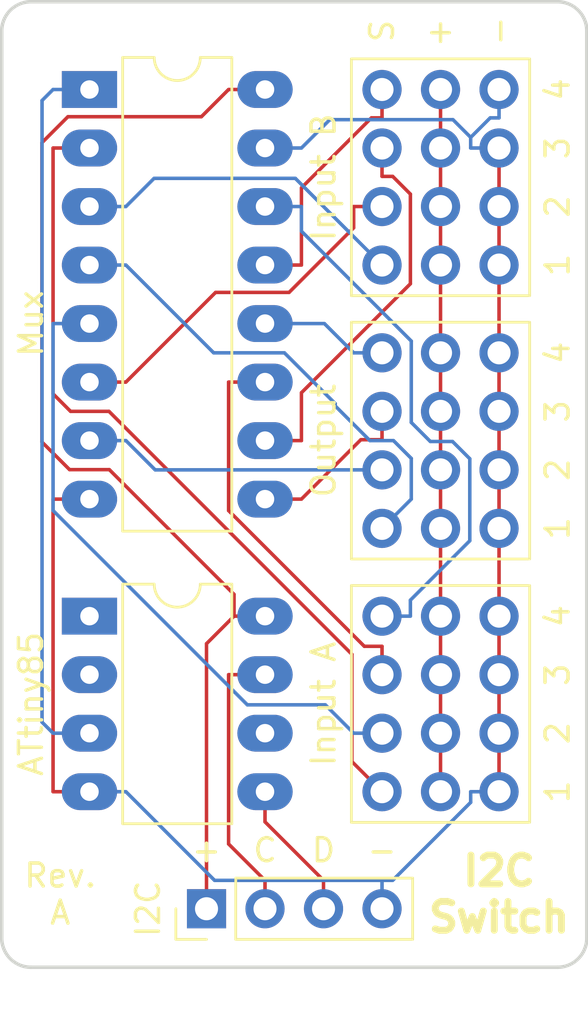
<source format=kicad_pcb>
(kicad_pcb (version 4) (host pcbnew 4.0.5)

  (general
    (links 43)
    (no_connects 0)
    (area 140.894999 95.174999 166.445001 137.235001)
    (thickness 1.6002)
    (drawings 29)
    (tracks 136)
    (zones 0)
    (modules 6)
    (nets 22)
  )

  (page USLetter)
  (layers
    (0 F.Cu signal)
    (31 B.Cu signal)
    (33 F.Adhes user)
    (34 B.Paste user)
    (35 F.Paste user)
    (36 B.SilkS user)
    (37 F.SilkS user)
    (38 B.Mask user)
    (39 F.Mask user)
    (44 Edge.Cuts user)
    (45 Margin user)
    (47 F.CrtYd user)
    (49 F.Fab user)
  )

  (setup
    (last_trace_width 0.1524)
    (trace_clearance 0.3048)
    (zone_clearance 0.508)
    (zone_45_only no)
    (trace_min 0.1524)
    (segment_width 0.2)
    (edge_width 0.15)
    (via_size 0.6858)
    (via_drill 0.3302)
    (via_min_size 0.6858)
    (via_min_drill 0.3302)
    (uvia_size 0.762)
    (uvia_drill 0.508)
    (uvias_allowed no)
    (uvia_min_size 0)
    (uvia_min_drill 0)
    (pcb_text_width 0.3)
    (pcb_text_size 1.5 1.5)
    (mod_edge_width 0.15)
    (mod_text_size 1 1)
    (mod_text_width 0.15)
    (pad_size 1.524 1.524)
    (pad_drill 0.762)
    (pad_to_mask_clearance 0.2)
    (aux_axis_origin 0 0)
    (visible_elements FFFFFF7F)
    (pcbplotparams
      (layerselection 0x00030_80000001)
      (usegerberextensions false)
      (excludeedgelayer true)
      (linewidth 0.100000)
      (plotframeref false)
      (viasonmask false)
      (mode 1)
      (useauxorigin false)
      (hpglpennumber 1)
      (hpglpenspeed 20)
      (hpglpendiameter 15)
      (hpglpenoverlay 2)
      (psnegative false)
      (psa4output false)
      (plotreference true)
      (plotvalue true)
      (plotinvisibletext false)
      (padsonsilk false)
      (subtractmaskfromsilk false)
      (outputformat 1)
      (mirror false)
      (drillshape 1)
      (scaleselection 1)
      (outputdirectory ""))
  )

  (net 0 "")
  (net 1 "Net-(IC1-Pad1)")
  (net 2 SD)
  (net 3 "Net-(IC1-Pad2)")
  (net 4 "Net-(IC1-Pad6)")
  (net 5 "Net-(IC1-Pad3)")
  (net 6 SCL)
  (net 7 GND)
  (net 8 VCC)
  (net 9 out3)
  (net 10 in1a)
  (net 11 in3b)
  (net 12 in1b)
  (net 13 in3a)
  (net 14 out1)
  (net 15 out4)
  (net 16 in2a)
  (net 17 in4b)
  (net 18 in2b)
  (net 19 in4a)
  (net 20 out2)
  (net 21 "Net-(P1-Pad2)")

  (net_class Default "This is the default net class."
    (clearance 0.3048)
    (trace_width 0.1524)
    (via_dia 0.6858)
    (via_drill 0.3302)
    (uvia_dia 0.762)
    (uvia_drill 0.508)
    (add_net GND)
    (add_net "Net-(IC1-Pad1)")
    (add_net "Net-(IC1-Pad2)")
    (add_net "Net-(IC1-Pad3)")
    (add_net "Net-(IC1-Pad6)")
    (add_net "Net-(P1-Pad2)")
    (add_net SCL)
    (add_net SD)
    (add_net VCC)
    (add_net in1a)
    (add_net in1b)
    (add_net in2a)
    (add_net in2b)
    (add_net in3a)
    (add_net in3b)
    (add_net in4a)
    (add_net in4b)
    (add_net out1)
    (add_net out2)
    (add_net out3)
    (add_net out4)
  )

  (module custom:Socket_Strip_Straight_3x04_Pitch2.54mm placed (layer F.Cu) (tedit 58B38A2D) (tstamp 58CE94EE)
    (at 157.48 129.54 180)
    (descr "Through hole straight socket strip, 3x04, 2.54mm pitch, triple rows")
    (tags "Through hole socket strip THT 3x04 2.54mm double row")
    (path /58B284E2)
    (fp_text reference "Input A" (at 2.54 3.81 270) (layer F.SilkS)
      (effects (font (size 1 1) (thickness 0.15)))
    )
    (fp_text value CONN_03X04 (at -2.54 10.16 180) (layer F.Fab)
      (effects (font (size 1 1) (thickness 0.15)))
    )
    (fp_line (start -6.35 -1.27) (end -6.35 8.89) (layer F.Fab) (width 0.1))
    (fp_line (start -6.36 8.89) (end 1.27 8.89) (layer F.Fab) (width 0.1))
    (fp_line (start 1.27 8.89) (end 1.27 -1.27) (layer F.Fab) (width 0.1))
    (fp_line (start 1.27 -1.27) (end -6.35 -1.27) (layer F.Fab) (width 0.1))
    (fp_line (start 1.33 -1.33) (end 1.33 8.95) (layer F.SilkS) (width 0.12))
    (fp_line (start 1.33 8.95) (end -6.35 8.95) (layer F.SilkS) (width 0.12))
    (fp_line (start -6.41 8.95) (end -6.41 -1.33) (layer F.SilkS) (width 0.12))
    (fp_line (start -6.35 -1.33) (end 1.33 -1.33) (layer F.SilkS) (width 0.12))
    (fp_line (start -6.64 -1.55) (end -6.64 9.15) (layer F.CrtYd) (width 0.05))
    (fp_line (start -6.64 9.15) (end 1.55 9.15) (layer F.CrtYd) (width 0.05))
    (fp_line (start 1.55 9.15) (end 1.55 -1.55) (layer F.CrtYd) (width 0.05))
    (fp_line (start 1.55 -1.55) (end -6.64 -1.55) (layer F.CrtYd) (width 0.05))
    (pad 12 thru_hole oval (at -5.08 7.62 180) (size 1.7 1.7) (drill 1) (layers *.Cu *.Mask)
      (net 7 GND))
    (pad 11 thru_hole oval (at -5.08 5.08 180) (size 1.7 1.7) (drill 1) (layers *.Cu *.Mask)
      (net 7 GND))
    (pad 10 thru_hole oval (at -5.08 2.54 180) (size 1.7 1.7) (drill 1) (layers *.Cu *.Mask)
      (net 7 GND))
    (pad 9 thru_hole oval (at -5.08 0 180) (size 1.7 1.7) (drill 1) (layers *.Cu *.Mask)
      (net 7 GND))
    (pad 1 thru_hole circle (at 0 0 180) (size 1.7 1.7) (drill 1) (layers *.Cu *.Mask)
      (net 10 in1a))
    (pad 2 thru_hole oval (at -2.54 0 180) (size 1.7 1.7) (drill 1) (layers *.Cu *.Mask)
      (net 21 "Net-(P1-Pad2)"))
    (pad 3 thru_hole oval (at 0 2.54 180) (size 1.7 1.7) (drill 1) (layers *.Cu *.Mask)
      (net 16 in2a))
    (pad 4 thru_hole oval (at -2.54 2.54 180) (size 1.7 1.7) (drill 1) (layers *.Cu *.Mask)
      (net 21 "Net-(P1-Pad2)"))
    (pad 5 thru_hole oval (at 0 5.08 180) (size 1.7 1.7) (drill 1) (layers *.Cu *.Mask)
      (net 13 in3a))
    (pad 6 thru_hole oval (at -2.54 5.08 180) (size 1.7 1.7) (drill 1) (layers *.Cu *.Mask)
      (net 21 "Net-(P1-Pad2)"))
    (pad 7 thru_hole oval (at 0 7.62 180) (size 1.7 1.7) (drill 1) (layers *.Cu *.Mask)
      (net 19 in4a))
    (pad 8 thru_hole oval (at -2.54 7.62 180) (size 1.7 1.7) (drill 1) (layers *.Cu *.Mask)
      (net 21 "Net-(P1-Pad2)"))
    (model Socket_Strips.3dshapes/Socket_Strip_Straight_2x04_Pitch2.54mm.wrl
      (at (xyz -0.05 -0.15 0))
      (scale (xyz 1 1 1))
      (rotate (xyz 0 0 270))
    )
  )

  (module Housings_DIP:DIP-8_W7.62mm_LongPads placed (layer F.Cu) (tedit 58B38C45) (tstamp 58B43108)
    (at 144.78 121.92)
    (descr "8-lead dip package, row spacing 7.62 mm (300 mils), LongPads")
    (tags "DIL DIP PDIP 2.54mm 7.62mm 300mil LongPads")
    (path /58B26467)
    (fp_text reference ATtiny85 (at -2.54 3.81 90) (layer F.SilkS)
      (effects (font (size 1 1) (thickness 0.15)))
    )
    (fp_text value ATTINY85-P (at 3.81 10.01) (layer F.Fab)
      (effects (font (size 1 1) (thickness 0.15)))
    )
    (fp_arc (start 3.81 -1.39) (end 2.81 -1.39) (angle -180) (layer F.SilkS) (width 0.12))
    (fp_line (start 1.635 -1.27) (end 6.985 -1.27) (layer F.Fab) (width 0.1))
    (fp_line (start 6.985 -1.27) (end 6.985 8.89) (layer F.Fab) (width 0.1))
    (fp_line (start 6.985 8.89) (end 0.635 8.89) (layer F.Fab) (width 0.1))
    (fp_line (start 0.635 8.89) (end 0.635 -0.27) (layer F.Fab) (width 0.1))
    (fp_line (start 0.635 -0.27) (end 1.635 -1.27) (layer F.Fab) (width 0.1))
    (fp_line (start 2.81 -1.39) (end 1.44 -1.39) (layer F.SilkS) (width 0.12))
    (fp_line (start 1.44 -1.39) (end 1.44 9.01) (layer F.SilkS) (width 0.12))
    (fp_line (start 1.44 9.01) (end 6.18 9.01) (layer F.SilkS) (width 0.12))
    (fp_line (start 6.18 9.01) (end 6.18 -1.39) (layer F.SilkS) (width 0.12))
    (fp_line (start 6.18 -1.39) (end 4.81 -1.39) (layer F.SilkS) (width 0.12))
    (fp_line (start -1.5 -1.6) (end -1.5 9.2) (layer F.CrtYd) (width 0.05))
    (fp_line (start -1.5 9.2) (end 9.1 9.2) (layer F.CrtYd) (width 0.05))
    (fp_line (start 9.1 9.2) (end 9.1 -1.6) (layer F.CrtYd) (width 0.05))
    (fp_line (start 9.1 -1.6) (end -1.5 -1.6) (layer F.CrtYd) (width 0.05))
    (pad 1 thru_hole rect (at 0 0) (size 2.4 1.6) (drill 0.8) (layers *.Cu *.Mask)
      (net 1 "Net-(IC1-Pad1)"))
    (pad 5 thru_hole oval (at 7.62 7.62) (size 2.4 1.6) (drill 0.8) (layers *.Cu *.Mask)
      (net 2 SD))
    (pad 2 thru_hole oval (at 0 2.54) (size 2.4 1.6) (drill 0.8) (layers *.Cu *.Mask)
      (net 3 "Net-(IC1-Pad2)"))
    (pad 6 thru_hole oval (at 7.62 5.08) (size 2.4 1.6) (drill 0.8) (layers *.Cu *.Mask)
      (net 4 "Net-(IC1-Pad6)"))
    (pad 3 thru_hole oval (at 0 5.08) (size 2.4 1.6) (drill 0.8) (layers *.Cu *.Mask)
      (net 5 "Net-(IC1-Pad3)"))
    (pad 7 thru_hole oval (at 7.62 2.54) (size 2.4 1.6) (drill 0.8) (layers *.Cu *.Mask)
      (net 6 SCL))
    (pad 4 thru_hole oval (at 0 7.62) (size 2.4 1.6) (drill 0.8) (layers *.Cu *.Mask)
      (net 7 GND))
    (pad 8 thru_hole oval (at 7.62 0) (size 2.4 1.6) (drill 0.8) (layers *.Cu *.Mask)
      (net 8 VCC))
    (model Housings_DIP.3dshapes/DIP-8_W7.62mm_LongPads.wrl
      (at (xyz 0 0 0))
      (scale (xyz 1 1 1))
      (rotate (xyz 0 0 0))
    )
  )

  (module Housings_DIP:DIP-16_W7.62mm_LongPads placed (layer F.Cu) (tedit 58B38C38) (tstamp 58B4312B)
    (at 144.78 99.06)
    (descr "16-lead dip package, row spacing 7.62 mm (300 mils), LongPads")
    (tags "DIL DIP PDIP 2.54mm 7.62mm 300mil LongPads")
    (path /58B27B1B)
    (fp_text reference Mux (at -2.54 10.16 90) (layer F.SilkS)
      (effects (font (size 1 1) (thickness 0.15)))
    )
    (fp_text value 74HC157N (at 3.81 20.17) (layer F.Fab)
      (effects (font (size 1 1) (thickness 0.15)))
    )
    (fp_arc (start 3.81 -1.39) (end 2.81 -1.39) (angle -180) (layer F.SilkS) (width 0.12))
    (fp_line (start 1.635 -1.27) (end 6.985 -1.27) (layer F.Fab) (width 0.1))
    (fp_line (start 6.985 -1.27) (end 6.985 19.05) (layer F.Fab) (width 0.1))
    (fp_line (start 6.985 19.05) (end 0.635 19.05) (layer F.Fab) (width 0.1))
    (fp_line (start 0.635 19.05) (end 0.635 -0.27) (layer F.Fab) (width 0.1))
    (fp_line (start 0.635 -0.27) (end 1.635 -1.27) (layer F.Fab) (width 0.1))
    (fp_line (start 2.81 -1.39) (end 1.44 -1.39) (layer F.SilkS) (width 0.12))
    (fp_line (start 1.44 -1.39) (end 1.44 19.17) (layer F.SilkS) (width 0.12))
    (fp_line (start 1.44 19.17) (end 6.18 19.17) (layer F.SilkS) (width 0.12))
    (fp_line (start 6.18 19.17) (end 6.18 -1.39) (layer F.SilkS) (width 0.12))
    (fp_line (start 6.18 -1.39) (end 4.81 -1.39) (layer F.SilkS) (width 0.12))
    (fp_line (start -1.5 -1.6) (end -1.5 19.3) (layer F.CrtYd) (width 0.05))
    (fp_line (start -1.5 19.3) (end 9.1 19.3) (layer F.CrtYd) (width 0.05))
    (fp_line (start 9.1 19.3) (end 9.1 -1.6) (layer F.CrtYd) (width 0.05))
    (fp_line (start 9.1 -1.6) (end -1.5 -1.6) (layer F.CrtYd) (width 0.05))
    (pad 1 thru_hole rect (at 0 0) (size 2.4 1.6) (drill 0.8) (layers *.Cu *.Mask)
      (net 5 "Net-(IC1-Pad3)"))
    (pad 9 thru_hole oval (at 7.62 17.78) (size 2.4 1.6) (drill 0.8) (layers *.Cu *.Mask)
      (net 9 out3))
    (pad 2 thru_hole oval (at 0 2.54) (size 2.4 1.6) (drill 0.8) (layers *.Cu *.Mask)
      (net 10 in1a))
    (pad 10 thru_hole oval (at 7.62 15.24) (size 2.4 1.6) (drill 0.8) (layers *.Cu *.Mask)
      (net 11 in3b))
    (pad 3 thru_hole oval (at 0 5.08) (size 2.4 1.6) (drill 0.8) (layers *.Cu *.Mask)
      (net 12 in1b))
    (pad 11 thru_hole oval (at 7.62 12.7) (size 2.4 1.6) (drill 0.8) (layers *.Cu *.Mask)
      (net 13 in3a))
    (pad 4 thru_hole oval (at 0 7.62) (size 2.4 1.6) (drill 0.8) (layers *.Cu *.Mask)
      (net 14 out1))
    (pad 12 thru_hole oval (at 7.62 10.16) (size 2.4 1.6) (drill 0.8) (layers *.Cu *.Mask)
      (net 15 out4))
    (pad 5 thru_hole oval (at 0 10.16) (size 2.4 1.6) (drill 0.8) (layers *.Cu *.Mask)
      (net 16 in2a))
    (pad 13 thru_hole oval (at 7.62 7.62) (size 2.4 1.6) (drill 0.8) (layers *.Cu *.Mask)
      (net 17 in4b))
    (pad 6 thru_hole oval (at 0 12.7) (size 2.4 1.6) (drill 0.8) (layers *.Cu *.Mask)
      (net 18 in2b))
    (pad 14 thru_hole oval (at 7.62 5.08) (size 2.4 1.6) (drill 0.8) (layers *.Cu *.Mask)
      (net 19 in4a))
    (pad 7 thru_hole oval (at 0 15.24) (size 2.4 1.6) (drill 0.8) (layers *.Cu *.Mask)
      (net 20 out2))
    (pad 15 thru_hole oval (at 7.62 2.54) (size 2.4 1.6) (drill 0.8) (layers *.Cu *.Mask)
      (net 7 GND))
    (pad 8 thru_hole oval (at 0 17.78) (size 2.4 1.6) (drill 0.8) (layers *.Cu *.Mask)
      (net 7 GND))
    (pad 16 thru_hole oval (at 7.62 0) (size 2.4 1.6) (drill 0.8) (layers *.Cu *.Mask)
      (net 8 VCC))
    (model Housings_DIP.3dshapes/DIP-16_W7.62mm_LongPads.wrl
      (at (xyz 0 0 0))
      (scale (xyz 1 1 1))
      (rotate (xyz 0 0 0))
    )
  )

  (module Socket_Strips:Socket_Strip_Straight_1x04_Pitch2.54mm (layer F.Cu) (tedit 58B391F6) (tstamp 58B4313E)
    (at 149.86 134.62 90)
    (descr "Through hole straight socket strip, 1x04, 2.54mm pitch, single row")
    (tags "Through hole socket strip THT 1x04 2.54mm single row")
    (path /58B28CFF)
    (fp_text reference I2C (at 0 -2.54 90) (layer F.SilkS)
      (effects (font (size 1 1) (thickness 0.15)))
    )
    (fp_text value KEVIN_01X04 (at 0 9.95 90) (layer F.Fab)
      (effects (font (size 1 1) (thickness 0.15)))
    )
    (fp_line (start -1.27 -1.27) (end -1.27 8.89) (layer F.Fab) (width 0.1))
    (fp_line (start -1.27 8.89) (end 1.27 8.89) (layer F.Fab) (width 0.1))
    (fp_line (start 1.27 8.89) (end 1.27 -1.27) (layer F.Fab) (width 0.1))
    (fp_line (start 1.27 -1.27) (end -1.27 -1.27) (layer F.Fab) (width 0.1))
    (fp_line (start -1.33 1.27) (end -1.33 8.95) (layer F.SilkS) (width 0.12))
    (fp_line (start -1.33 8.95) (end 1.33 8.95) (layer F.SilkS) (width 0.12))
    (fp_line (start 1.33 8.95) (end 1.33 1.27) (layer F.SilkS) (width 0.12))
    (fp_line (start 1.33 1.27) (end -1.33 1.27) (layer F.SilkS) (width 0.12))
    (fp_line (start -1.33 0) (end -1.33 -1.33) (layer F.SilkS) (width 0.12))
    (fp_line (start -1.33 -1.33) (end 0 -1.33) (layer F.SilkS) (width 0.12))
    (fp_line (start -1.55 -1.55) (end -1.55 9.15) (layer F.CrtYd) (width 0.05))
    (fp_line (start -1.55 9.15) (end 1.55 9.15) (layer F.CrtYd) (width 0.05))
    (fp_line (start 1.55 9.15) (end 1.55 -1.55) (layer F.CrtYd) (width 0.05))
    (fp_line (start 1.55 -1.55) (end -1.55 -1.55) (layer F.CrtYd) (width 0.05))
    (pad 1 thru_hole rect (at 0 0 90) (size 1.7 1.7) (drill 1) (layers *.Cu *.Mask)
      (net 8 VCC))
    (pad 2 thru_hole oval (at 0 2.54 90) (size 1.7 1.7) (drill 1) (layers *.Cu *.Mask)
      (net 6 SCL))
    (pad 3 thru_hole oval (at 0 5.08 90) (size 1.7 1.7) (drill 1) (layers *.Cu *.Mask)
      (net 2 SD))
    (pad 4 thru_hole oval (at 0 7.62 90) (size 1.7 1.7) (drill 1) (layers *.Cu *.Mask)
      (net 7 GND))
    (model Socket_Strips.3dshapes/Socket_Strip_Straight_1x04_Pitch2.54mm.wrl
      (at (xyz 0 -0.15 0))
      (scale (xyz 1 1 1))
      (rotate (xyz 0 0 270))
    )
  )

  (module custom:Socket_Strip_Straight_3x04_Pitch2.54mm placed (layer F.Cu) (tedit 58B38936) (tstamp 58CE9526)
    (at 157.48 118.11 180)
    (descr "Through hole straight socket strip, 3x04, 2.54mm pitch, triple rows")
    (tags "Through hole socket strip THT 3x04 2.54mm double row")
    (path /58B28553)
    (fp_text reference Output (at 2.54 3.81 270) (layer F.SilkS)
      (effects (font (size 1 1) (thickness 0.15)))
    )
    (fp_text value CONN_03X04 (at -2.54 10.16 180) (layer F.Fab)
      (effects (font (size 1 1) (thickness 0.15)))
    )
    (fp_line (start -6.35 -1.27) (end -6.35 8.89) (layer F.Fab) (width 0.1))
    (fp_line (start -6.36 8.89) (end 1.27 8.89) (layer F.Fab) (width 0.1))
    (fp_line (start 1.27 8.89) (end 1.27 -1.27) (layer F.Fab) (width 0.1))
    (fp_line (start 1.27 -1.27) (end -6.35 -1.27) (layer F.Fab) (width 0.1))
    (fp_line (start 1.33 -1.33) (end 1.33 8.95) (layer F.SilkS) (width 0.12))
    (fp_line (start 1.33 8.95) (end -6.35 8.95) (layer F.SilkS) (width 0.12))
    (fp_line (start -6.41 8.95) (end -6.41 -1.33) (layer F.SilkS) (width 0.12))
    (fp_line (start -6.35 -1.33) (end 1.33 -1.33) (layer F.SilkS) (width 0.12))
    (fp_line (start -6.64 -1.55) (end -6.64 9.15) (layer F.CrtYd) (width 0.05))
    (fp_line (start -6.64 9.15) (end 1.55 9.15) (layer F.CrtYd) (width 0.05))
    (fp_line (start 1.55 9.15) (end 1.55 -1.55) (layer F.CrtYd) (width 0.05))
    (fp_line (start 1.55 -1.55) (end -6.64 -1.55) (layer F.CrtYd) (width 0.05))
    (pad 12 thru_hole oval (at -5.08 7.62 180) (size 1.7 1.7) (drill 1) (layers *.Cu *.Mask)
      (net 7 GND))
    (pad 11 thru_hole oval (at -5.08 5.08 180) (size 1.7 1.7) (drill 1) (layers *.Cu *.Mask)
      (net 7 GND))
    (pad 10 thru_hole oval (at -5.08 2.54 180) (size 1.7 1.7) (drill 1) (layers *.Cu *.Mask)
      (net 7 GND))
    (pad 9 thru_hole oval (at -5.08 0 180) (size 1.7 1.7) (drill 1) (layers *.Cu *.Mask)
      (net 7 GND))
    (pad 1 thru_hole circle (at 0 0 180) (size 1.7 1.7) (drill 1) (layers *.Cu *.Mask)
      (net 14 out1))
    (pad 2 thru_hole oval (at -2.54 0 180) (size 1.7 1.7) (drill 1) (layers *.Cu *.Mask)
      (net 21 "Net-(P1-Pad2)"))
    (pad 3 thru_hole oval (at 0 2.54 180) (size 1.7 1.7) (drill 1) (layers *.Cu *.Mask)
      (net 20 out2))
    (pad 4 thru_hole oval (at -2.54 2.54 180) (size 1.7 1.7) (drill 1) (layers *.Cu *.Mask)
      (net 21 "Net-(P1-Pad2)"))
    (pad 5 thru_hole oval (at 0 5.08 180) (size 1.7 1.7) (drill 1) (layers *.Cu *.Mask)
      (net 9 out3))
    (pad 6 thru_hole oval (at -2.54 5.08 180) (size 1.7 1.7) (drill 1) (layers *.Cu *.Mask)
      (net 21 "Net-(P1-Pad2)"))
    (pad 7 thru_hole oval (at 0 7.62 180) (size 1.7 1.7) (drill 1) (layers *.Cu *.Mask)
      (net 15 out4))
    (pad 8 thru_hole oval (at -2.54 7.62 180) (size 1.7 1.7) (drill 1) (layers *.Cu *.Mask)
      (net 21 "Net-(P1-Pad2)"))
    (model Socket_Strips.3dshapes/Socket_Strip_Straight_2x04_Pitch2.54mm.wrl
      (at (xyz -0.05 -0.15 0))
      (scale (xyz 1 1 1))
      (rotate (xyz 0 0 270))
    )
  )

  (module custom:Socket_Strip_Straight_3x04_Pitch2.54mm placed (layer F.Cu) (tedit 58B38A22) (tstamp 58CE950A)
    (at 157.48 106.68 180)
    (descr "Through hole straight socket strip, 3x04, 2.54mm pitch, triple rows")
    (tags "Through hole socket strip THT 3x04 2.54mm double row")
    (path /58B2851B)
    (fp_text reference "Input B" (at 2.54 3.81 270) (layer F.SilkS)
      (effects (font (size 1 1) (thickness 0.15)))
    )
    (fp_text value CONN_03X04 (at -2.54 10.16 180) (layer F.Fab)
      (effects (font (size 1 1) (thickness 0.15)))
    )
    (fp_line (start -6.35 -1.27) (end -6.35 8.89) (layer F.Fab) (width 0.1))
    (fp_line (start -6.36 8.89) (end 1.27 8.89) (layer F.Fab) (width 0.1))
    (fp_line (start 1.27 8.89) (end 1.27 -1.27) (layer F.Fab) (width 0.1))
    (fp_line (start 1.27 -1.27) (end -6.35 -1.27) (layer F.Fab) (width 0.1))
    (fp_line (start 1.33 -1.33) (end 1.33 8.95) (layer F.SilkS) (width 0.12))
    (fp_line (start 1.33 8.95) (end -6.35 8.95) (layer F.SilkS) (width 0.12))
    (fp_line (start -6.41 8.95) (end -6.41 -1.33) (layer F.SilkS) (width 0.12))
    (fp_line (start -6.35 -1.33) (end 1.33 -1.33) (layer F.SilkS) (width 0.12))
    (fp_line (start -6.64 -1.55) (end -6.64 9.15) (layer F.CrtYd) (width 0.05))
    (fp_line (start -6.64 9.15) (end 1.55 9.15) (layer F.CrtYd) (width 0.05))
    (fp_line (start 1.55 9.15) (end 1.55 -1.55) (layer F.CrtYd) (width 0.05))
    (fp_line (start 1.55 -1.55) (end -6.64 -1.55) (layer F.CrtYd) (width 0.05))
    (pad 12 thru_hole oval (at -5.08 7.62 180) (size 1.7 1.7) (drill 1) (layers *.Cu *.Mask)
      (net 7 GND))
    (pad 11 thru_hole oval (at -5.08 5.08 180) (size 1.7 1.7) (drill 1) (layers *.Cu *.Mask)
      (net 7 GND))
    (pad 10 thru_hole oval (at -5.08 2.54 180) (size 1.7 1.7) (drill 1) (layers *.Cu *.Mask)
      (net 7 GND))
    (pad 9 thru_hole oval (at -5.08 0 180) (size 1.7 1.7) (drill 1) (layers *.Cu *.Mask)
      (net 7 GND))
    (pad 1 thru_hole circle (at 0 0 180) (size 1.7 1.7) (drill 1) (layers *.Cu *.Mask)
      (net 12 in1b))
    (pad 2 thru_hole oval (at -2.54 0 180) (size 1.7 1.7) (drill 1) (layers *.Cu *.Mask)
      (net 21 "Net-(P1-Pad2)"))
    (pad 3 thru_hole oval (at 0 2.54 180) (size 1.7 1.7) (drill 1) (layers *.Cu *.Mask)
      (net 18 in2b))
    (pad 4 thru_hole oval (at -2.54 2.54 180) (size 1.7 1.7) (drill 1) (layers *.Cu *.Mask)
      (net 21 "Net-(P1-Pad2)"))
    (pad 5 thru_hole oval (at 0 5.08 180) (size 1.7 1.7) (drill 1) (layers *.Cu *.Mask)
      (net 11 in3b))
    (pad 6 thru_hole oval (at -2.54 5.08 180) (size 1.7 1.7) (drill 1) (layers *.Cu *.Mask)
      (net 21 "Net-(P1-Pad2)"))
    (pad 7 thru_hole oval (at 0 7.62 180) (size 1.7 1.7) (drill 1) (layers *.Cu *.Mask)
      (net 17 in4b))
    (pad 8 thru_hole oval (at -2.54 7.62 180) (size 1.7 1.7) (drill 1) (layers *.Cu *.Mask)
      (net 21 "Net-(P1-Pad2)"))
    (model Socket_Strips.3dshapes/Socket_Strip_Straight_2x04_Pitch2.54mm.wrl
      (at (xyz -0.05 -0.15 0))
      (scale (xyz 1 1 1))
      (rotate (xyz 0 0 270))
    )
  )

  (gr_arc (start 142.24 96.52) (end 140.97 96.52) (angle 90) (layer Edge.Cuts) (width 0.15))
  (gr_arc (start 165.1 96.52) (end 165.1 95.25) (angle 90) (layer Edge.Cuts) (width 0.15))
  (gr_arc (start 165.1 135.89) (end 166.37 135.89) (angle 90) (layer Edge.Cuts) (width 0.15))
  (gr_arc (start 142.24 135.89) (end 142.24 137.16) (angle 90) (layer Edge.Cuts) (width 0.15))
  (gr_text "Rev.\nA" (at 143.51 133.985) (layer F.SilkS)
    (effects (font (size 1 1) (thickness 0.15)))
  )
  (gr_text "I2C\nSwitch" (at 162.56 133.985) (layer F.SilkS)
    (effects (font (size 1.25 1.25) (thickness 0.3)))
  )
  (gr_line (start 166.37 135.89) (end 166.37 96.52) (angle 90) (layer Edge.Cuts) (width 0.15))
  (gr_line (start 142.24 137.16) (end 165.1 137.16) (angle 90) (layer Edge.Cuts) (width 0.15))
  (gr_line (start 140.97 96.52) (end 140.97 135.89) (angle 90) (layer Edge.Cuts) (width 0.15))
  (gr_line (start 165.1 95.25) (end 142.24 95.25) (angle 90) (layer Edge.Cuts) (width 0.15))
  (gr_text D (at 154.94 132.08) (layer F.SilkS)
    (effects (font (size 1 1) (thickness 0.15)))
  )
  (gr_text C (at 152.4 132.08) (layer F.SilkS)
    (effects (font (size 1 1) (thickness 0.15)))
  )
  (gr_text - (at 157.48 132.08) (layer F.SilkS)
    (effects (font (size 1 1) (thickness 0.15)))
  )
  (gr_text + (at 149.86 132.08) (layer F.SilkS)
    (effects (font (size 1 1) (thickness 0.15)))
  )
  (gr_text S (at 157.48 96.52 90) (layer F.SilkS) (tstamp 58B4F69E)
    (effects (font (size 1 1) (thickness 0.15)))
  )
  (gr_text + (at 160.02 96.52) (layer F.SilkS) (tstamp 58B4F69D)
    (effects (font (size 1 1) (thickness 0.15)))
  )
  (gr_text - (at 162.56 96.52 90) (layer F.SilkS) (tstamp 58B4F69C)
    (effects (font (size 1 1) (thickness 0.15)))
  )
  (gr_text 4 (at 165.1 99.06 90) (layer F.SilkS) (tstamp 58B4F660)
    (effects (font (size 1 1) (thickness 0.15)))
  )
  (gr_text 3 (at 165.1 101.6 90) (layer F.SilkS) (tstamp 58B4F65F)
    (effects (font (size 1 1) (thickness 0.15)))
  )
  (gr_text 2 (at 165.1 104.14 90) (layer F.SilkS) (tstamp 58B4F65E)
    (effects (font (size 1 1) (thickness 0.15)))
  )
  (gr_text 1 (at 165.1 106.68 90) (layer F.SilkS) (tstamp 58B4F65D)
    (effects (font (size 1 1) (thickness 0.15)))
  )
  (gr_text 1 (at 165.1 118.11 90) (layer F.SilkS) (tstamp 58B4F65C)
    (effects (font (size 1 1) (thickness 0.15)))
  )
  (gr_text 2 (at 165.1 115.57 90) (layer F.SilkS) (tstamp 58B4F65B)
    (effects (font (size 1 1) (thickness 0.15)))
  )
  (gr_text 3 (at 165.1 113.03 90) (layer F.SilkS) (tstamp 58B4F65A)
    (effects (font (size 1 1) (thickness 0.15)))
  )
  (gr_text 4 (at 165.1 110.49 90) (layer F.SilkS) (tstamp 58B4F659)
    (effects (font (size 1 1) (thickness 0.15)))
  )
  (gr_text 4 (at 165.1 121.92 90) (layer F.SilkS)
    (effects (font (size 1 1) (thickness 0.15)))
  )
  (gr_text 3 (at 165.1 124.46 90) (layer F.SilkS)
    (effects (font (size 1 1) (thickness 0.15)))
  )
  (gr_text 2 (at 165.1 127 90) (layer F.SilkS)
    (effects (font (size 1 1) (thickness 0.15)))
  )
  (gr_text 1 (at 165.1 129.54 90) (layer F.SilkS)
    (effects (font (size 1 1) (thickness 0.15)))
  )

  (segment (start 152.4 130.8487) (end 152.4 129.54) (width 0.1524) (layer F.Cu) (net 2))
  (segment (start 154.94 133.3887) (end 152.4 130.8487) (width 0.1524) (layer F.Cu) (net 2))
  (segment (start 154.94 134.62) (end 154.94 133.3887) (width 0.1524) (layer F.Cu) (net 2))
  (segment (start 142.7207 126.522) (end 143.1987 127) (width 0.1524) (layer B.Cu) (net 5))
  (segment (start 142.7207 99.538) (end 142.7207 126.522) (width 0.1524) (layer B.Cu) (net 5))
  (segment (start 143.1987 99.06) (end 142.7207 99.538) (width 0.1524) (layer B.Cu) (net 5))
  (segment (start 144.78 99.06) (end 143.1987 99.06) (width 0.1524) (layer B.Cu) (net 5))
  (segment (start 144.78 127) (end 143.1987 127) (width 0.1524) (layer B.Cu) (net 5))
  (segment (start 150.8187 131.8074) (end 150.8187 124.46) (width 0.1524) (layer F.Cu) (net 6))
  (segment (start 152.4 133.3887) (end 150.8187 131.8074) (width 0.1524) (layer F.Cu) (net 6))
  (segment (start 152.4 134.62) (end 152.4 133.3887) (width 0.1524) (layer F.Cu) (net 6))
  (segment (start 152.4 124.46) (end 150.8187 124.46) (width 0.1524) (layer F.Cu) (net 6))
  (segment (start 161.3287 130.0017) (end 161.3287 129.54) (width 0.1524) (layer B.Cu) (net 7))
  (segment (start 157.9417 133.3887) (end 161.3287 130.0017) (width 0.1524) (layer B.Cu) (net 7))
  (segment (start 157.48 133.3887) (end 157.9417 133.3887) (width 0.1524) (layer B.Cu) (net 7))
  (segment (start 157.48 134.62) (end 157.48 133.3887) (width 0.1524) (layer B.Cu) (net 7))
  (segment (start 162.56 129.54) (end 161.3287 129.54) (width 0.1524) (layer B.Cu) (net 7))
  (segment (start 152.4 101.6) (end 153.9813 101.6) (width 0.1524) (layer B.Cu) (net 7))
  (segment (start 162.56 101.6) (end 161.3287 101.6) (width 0.1524) (layer B.Cu) (net 7))
  (segment (start 150.21 133.3887) (end 157.48 133.3887) (width 0.1524) (layer B.Cu) (net 7))
  (segment (start 146.3613 129.54) (end 150.21 133.3887) (width 0.1524) (layer B.Cu) (net 7))
  (segment (start 144.78 129.54) (end 146.3613 129.54) (width 0.1524) (layer B.Cu) (net 7))
  (segment (start 162.56 104.14) (end 162.56 101.6) (width 0.1524) (layer F.Cu) (net 7))
  (segment (start 162.56 104.14) (end 162.56 106.68) (width 0.1524) (layer F.Cu) (net 7))
  (segment (start 162.56 106.68) (end 162.56 110.49) (width 0.1524) (layer F.Cu) (net 7))
  (segment (start 162.56 115.57) (end 162.56 113.03) (width 0.1524) (layer F.Cu) (net 7))
  (segment (start 162.56 113.03) (end 162.56 110.49) (width 0.1524) (layer F.Cu) (net 7))
  (segment (start 162.56 115.57) (end 162.56 118.11) (width 0.1524) (layer F.Cu) (net 7))
  (segment (start 162.56 118.11) (end 162.56 121.92) (width 0.1524) (layer F.Cu) (net 7))
  (segment (start 162.56 129.54) (end 162.56 127) (width 0.1524) (layer F.Cu) (net 7))
  (segment (start 162.56 127) (end 162.56 124.46) (width 0.1524) (layer F.Cu) (net 7))
  (segment (start 162.56 124.46) (end 162.56 121.92) (width 0.1524) (layer F.Cu) (net 7))
  (segment (start 162.56 99.06) (end 162.56 100.2913) (width 0.1524) (layer B.Cu) (net 7))
  (segment (start 162.1756 100.2913) (end 162.56 100.2913) (width 0.1524) (layer B.Cu) (net 7))
  (segment (start 161.3287 101.1382) (end 162.1756 100.2913) (width 0.1524) (layer B.Cu) (net 7))
  (segment (start 160.5592 100.3687) (end 161.3287 101.1382) (width 0.1524) (layer B.Cu) (net 7))
  (segment (start 155.2126 100.3687) (end 160.5592 100.3687) (width 0.1524) (layer B.Cu) (net 7))
  (segment (start 153.9813 101.6) (end 155.2126 100.3687) (width 0.1524) (layer B.Cu) (net 7))
  (segment (start 161.3287 101.1382) (end 161.3287 101.6) (width 0.1524) (layer B.Cu) (net 7))
  (segment (start 143.1987 129.54) (end 143.1987 116.84) (width 0.1524) (layer F.Cu) (net 7))
  (segment (start 144.78 129.54) (end 143.1987 129.54) (width 0.1524) (layer F.Cu) (net 7))
  (segment (start 144.78 116.84) (end 143.1987 116.84) (width 0.1524) (layer F.Cu) (net 7))
  (segment (start 152.4 121.92) (end 151.0552 121.92) (width 0.1524) (layer F.Cu) (net 8))
  (segment (start 149.6373 100.2414) (end 150.8187 99.06) (width 0.1524) (layer F.Cu) (net 8))
  (segment (start 143.8432 100.2414) (end 149.6373 100.2414) (width 0.1524) (layer F.Cu) (net 8))
  (segment (start 142.7134 101.3712) (end 143.8432 100.2414) (width 0.1524) (layer F.Cu) (net 8))
  (segment (start 142.7134 114.3585) (end 142.7134 101.3712) (width 0.1524) (layer F.Cu) (net 8))
  (segment (start 143.9156 115.5607) (end 142.7134 114.3585) (width 0.1524) (layer F.Cu) (net 8))
  (segment (start 145.6422 115.5607) (end 143.9156 115.5607) (width 0.1524) (layer F.Cu) (net 8))
  (segment (start 151.0552 120.9737) (end 145.6422 115.5607) (width 0.1524) (layer F.Cu) (net 8))
  (segment (start 151.0552 121.92) (end 151.0552 120.9737) (width 0.1524) (layer F.Cu) (net 8))
  (segment (start 152.4 99.06) (end 150.8187 99.06) (width 0.1524) (layer F.Cu) (net 8))
  (segment (start 149.86 123.1152) (end 151.0552 121.92) (width 0.1524) (layer F.Cu) (net 8))
  (segment (start 149.86 134.62) (end 149.86 123.1152) (width 0.1524) (layer F.Cu) (net 8))
  (segment (start 156.56 114.2613) (end 157.48 114.2613) (width 0.1524) (layer F.Cu) (net 9))
  (segment (start 153.9813 116.84) (end 156.56 114.2613) (width 0.1524) (layer F.Cu) (net 9))
  (segment (start 152.4 116.84) (end 153.9813 116.84) (width 0.1524) (layer F.Cu) (net 9))
  (segment (start 157.48 113.03) (end 157.48 114.2613) (width 0.1524) (layer F.Cu) (net 9))
  (segment (start 156.1714 128.2314) (end 157.48 129.54) (width 0.1524) (layer F.Cu) (net 10))
  (segment (start 156.1714 123.5751) (end 156.1714 128.2314) (width 0.1524) (layer F.Cu) (net 10))
  (segment (start 145.6263 113.03) (end 156.1714 123.5751) (width 0.1524) (layer F.Cu) (net 10))
  (segment (start 143.9582 113.03) (end 145.6263 113.03) (width 0.1524) (layer F.Cu) (net 10))
  (segment (start 143.1987 112.2705) (end 143.9582 113.03) (width 0.1524) (layer F.Cu) (net 10))
  (segment (start 143.1987 101.6) (end 143.1987 112.2705) (width 0.1524) (layer F.Cu) (net 10))
  (segment (start 144.78 101.6) (end 143.1987 101.6) (width 0.1524) (layer F.Cu) (net 10))
  (segment (start 157.9418 102.8313) (end 157.48 102.8313) (width 0.1524) (layer F.Cu) (net 11))
  (segment (start 158.7113 103.6008) (end 157.9418 102.8313) (width 0.1524) (layer F.Cu) (net 11))
  (segment (start 158.7113 107.4922) (end 158.7113 103.6008) (width 0.1524) (layer F.Cu) (net 11))
  (segment (start 153.9813 112.2222) (end 158.7113 107.4922) (width 0.1524) (layer F.Cu) (net 11))
  (segment (start 153.9813 114.3) (end 153.9813 112.2222) (width 0.1524) (layer F.Cu) (net 11))
  (segment (start 152.4 114.3) (end 153.9813 114.3) (width 0.1524) (layer F.Cu) (net 11))
  (segment (start 157.48 101.6) (end 157.48 102.8313) (width 0.1524) (layer F.Cu) (net 11))
  (segment (start 153.7161 102.9161) (end 157.48 106.68) (width 0.1524) (layer B.Cu) (net 12))
  (segment (start 147.5852 102.9161) (end 153.7161 102.9161) (width 0.1524) (layer B.Cu) (net 12))
  (segment (start 146.3613 104.14) (end 147.5852 102.9161) (width 0.1524) (layer B.Cu) (net 12))
  (segment (start 144.78 104.14) (end 146.3613 104.14) (width 0.1524) (layer B.Cu) (net 12))
  (segment (start 156.7104 123.2287) (end 157.48 123.2287) (width 0.1524) (layer F.Cu) (net 13))
  (segment (start 150.8187 117.337) (end 156.7104 123.2287) (width 0.1524) (layer F.Cu) (net 13))
  (segment (start 150.8187 111.76) (end 150.8187 117.337) (width 0.1524) (layer F.Cu) (net 13))
  (segment (start 152.4 111.76) (end 150.8187 111.76) (width 0.1524) (layer F.Cu) (net 13))
  (segment (start 157.48 124.46) (end 157.48 123.2287) (width 0.1524) (layer F.Cu) (net 13))
  (segment (start 158.75 116.84) (end 157.48 118.11) (width 0.1524) (layer B.Cu) (net 14))
  (segment (start 158.75 115.0722) (end 158.75 116.84) (width 0.1524) (layer B.Cu) (net 14))
  (segment (start 157.9778 114.3) (end 158.75 115.0722) (width 0.1524) (layer B.Cu) (net 14))
  (segment (start 156.9527 114.3) (end 157.9778 114.3) (width 0.1524) (layer B.Cu) (net 14))
  (segment (start 155.4472 112.7945) (end 156.9527 114.3) (width 0.1524) (layer B.Cu) (net 14))
  (segment (start 155.4472 112.694) (end 155.4472 112.7945) (width 0.1524) (layer B.Cu) (net 14))
  (segment (start 153.2432 110.49) (end 155.4472 112.694) (width 0.1524) (layer B.Cu) (net 14))
  (segment (start 150.1713 110.49) (end 153.2432 110.49) (width 0.1524) (layer B.Cu) (net 14))
  (segment (start 146.3613 106.68) (end 150.1713 110.49) (width 0.1524) (layer B.Cu) (net 14))
  (segment (start 144.78 106.68) (end 146.3613 106.68) (width 0.1524) (layer B.Cu) (net 14))
  (segment (start 154.9787 109.22) (end 156.2487 110.49) (width 0.1524) (layer B.Cu) (net 15))
  (segment (start 152.4 109.22) (end 154.9787 109.22) (width 0.1524) (layer B.Cu) (net 15))
  (segment (start 157.48 110.49) (end 156.2487 110.49) (width 0.1524) (layer B.Cu) (net 15))
  (segment (start 155.0174 125.7687) (end 156.2487 127) (width 0.1524) (layer B.Cu) (net 16))
  (segment (start 151.6328 125.7687) (end 155.0174 125.7687) (width 0.1524) (layer B.Cu) (net 16))
  (segment (start 143.1987 117.3346) (end 151.6328 125.7687) (width 0.1524) (layer B.Cu) (net 16))
  (segment (start 143.1987 109.22) (end 143.1987 117.3346) (width 0.1524) (layer B.Cu) (net 16))
  (segment (start 144.78 109.22) (end 143.1987 109.22) (width 0.1524) (layer B.Cu) (net 16))
  (segment (start 157.48 127) (end 156.2487 127) (width 0.1524) (layer B.Cu) (net 16))
  (segment (start 157.0183 100.2913) (end 157.48 100.2913) (width 0.1524) (layer F.Cu) (net 17))
  (segment (start 153.9813 103.3283) (end 157.0183 100.2913) (width 0.1524) (layer F.Cu) (net 17))
  (segment (start 153.9813 106.68) (end 153.9813 103.3283) (width 0.1524) (layer F.Cu) (net 17))
  (segment (start 152.4 106.68) (end 153.9813 106.68) (width 0.1524) (layer F.Cu) (net 17))
  (segment (start 157.48 99.06) (end 157.48 100.2913) (width 0.1524) (layer F.Cu) (net 17))
  (segment (start 156.2487 105.0635) (end 156.2487 104.14) (width 0.1524) (layer F.Cu) (net 18))
  (segment (start 153.4452 107.867) (end 156.2487 105.0635) (width 0.1524) (layer F.Cu) (net 18))
  (segment (start 150.2543 107.867) (end 153.4452 107.867) (width 0.1524) (layer F.Cu) (net 18))
  (segment (start 146.3613 111.76) (end 150.2543 107.867) (width 0.1524) (layer F.Cu) (net 18))
  (segment (start 144.78 111.76) (end 146.3613 111.76) (width 0.1524) (layer F.Cu) (net 18))
  (segment (start 157.48 104.14) (end 156.2487 104.14) (width 0.1524) (layer F.Cu) (net 18))
  (segment (start 158.7113 121.2257) (end 158.7113 121.92) (width 0.1524) (layer B.Cu) (net 19))
  (segment (start 161.29 118.647) (end 158.7113 121.2257) (width 0.1524) (layer B.Cu) (net 19))
  (segment (start 161.29 115.0878) (end 161.29 118.647) (width 0.1524) (layer B.Cu) (net 19))
  (segment (start 160.5408 114.3386) (end 161.29 115.0878) (width 0.1524) (layer B.Cu) (net 19))
  (segment (start 159.5775 114.3386) (end 160.5408 114.3386) (width 0.1524) (layer B.Cu) (net 19))
  (segment (start 158.7498 113.5109) (end 159.5775 114.3386) (width 0.1524) (layer B.Cu) (net 19))
  (segment (start 158.7498 109.9794) (end 158.7498 113.5109) (width 0.1524) (layer B.Cu) (net 19))
  (segment (start 153.9813 105.2109) (end 158.7498 109.9794) (width 0.1524) (layer B.Cu) (net 19))
  (segment (start 153.9813 104.14) (end 153.9813 105.2109) (width 0.1524) (layer B.Cu) (net 19))
  (segment (start 152.4 104.14) (end 153.9813 104.14) (width 0.1524) (layer B.Cu) (net 19))
  (segment (start 157.48 121.92) (end 158.7113 121.92) (width 0.1524) (layer B.Cu) (net 19))
  (segment (start 147.6313 115.57) (end 157.48 115.57) (width 0.1524) (layer B.Cu) (net 20))
  (segment (start 146.3613 114.3) (end 147.6313 115.57) (width 0.1524) (layer B.Cu) (net 20))
  (segment (start 144.78 114.3) (end 146.3613 114.3) (width 0.1524) (layer B.Cu) (net 20))
  (segment (start 160.02 99.06) (end 160.02 101.6) (width 0.1524) (layer F.Cu) (net 21))
  (segment (start 160.02 101.6) (end 160.02 104.14) (width 0.1524) (layer F.Cu) (net 21))
  (segment (start 160.02 104.14) (end 160.02 106.68) (width 0.1524) (layer F.Cu) (net 21))
  (segment (start 160.02 106.68) (end 160.02 110.49) (width 0.1524) (layer F.Cu) (net 21))
  (segment (start 160.02 110.49) (end 160.02 113.03) (width 0.1524) (layer F.Cu) (net 21))
  (segment (start 160.02 113.03) (end 160.02 115.57) (width 0.1524) (layer F.Cu) (net 21))
  (segment (start 160.02 115.57) (end 160.02 118.11) (width 0.1524) (layer F.Cu) (net 21))
  (segment (start 160.02 118.11) (end 160.02 121.92) (width 0.1524) (layer F.Cu) (net 21))
  (segment (start 160.02 121.92) (end 160.02 124.46) (width 0.1524) (layer F.Cu) (net 21))
  (segment (start 160.02 124.46) (end 160.02 127) (width 0.1524) (layer F.Cu) (net 21))
  (segment (start 160.02 127) (end 160.02 129.54) (width 0.1524) (layer F.Cu) (net 21))

)

</source>
